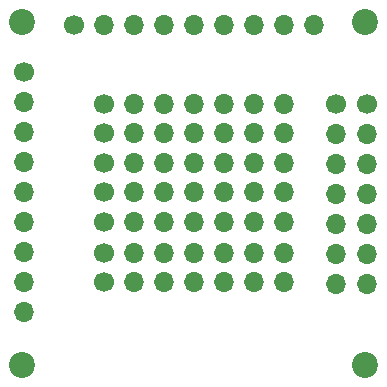
<source format=gbr>
G04 #@! TF.GenerationSoftware,KiCad,Pcbnew,(6.0.5)*
G04 #@! TF.CreationDate,2022-07-08T11:37:32+02:00*
G04 #@! TF.ProjectId,MovuinoProtoShield_v2.0,4d6f7675-696e-46f5-9072-6f746f536869,rev?*
G04 #@! TF.SameCoordinates,Original*
G04 #@! TF.FileFunction,Soldermask,Top*
G04 #@! TF.FilePolarity,Negative*
%FSLAX46Y46*%
G04 Gerber Fmt 4.6, Leading zero omitted, Abs format (unit mm)*
G04 Created by KiCad (PCBNEW (6.0.5)) date 2022-07-08 11:37:32*
%MOMM*%
%LPD*%
G01*
G04 APERTURE LIST*
%ADD10C,1.700000*%
%ADD11O,1.700000X1.700000*%
%ADD12C,2.200000*%
G04 APERTURE END LIST*
D10*
G04 #@! TO.C,REF\u002A\u002A*
X157700000Y-38000000D03*
D11*
X157700000Y-40540000D03*
X157700000Y-43080000D03*
X157700000Y-45620000D03*
X157700000Y-48160000D03*
X157700000Y-50700000D03*
X157700000Y-53240000D03*
G04 #@! TD*
D10*
G04 #@! TO.C,REF\u002A\u002A*
X135450000Y-43000000D03*
D11*
X137990000Y-43000000D03*
X140530000Y-43000000D03*
X143070000Y-43000000D03*
X145610000Y-43000000D03*
X148150000Y-43000000D03*
X150690000Y-43000000D03*
G04 #@! TD*
D12*
G04 #@! TO.C,*
X128520000Y-31104214D03*
G04 #@! TD*
G04 #@! TO.C,*
X157520000Y-31104214D03*
G04 #@! TD*
D10*
G04 #@! TO.C,REF\u002A\u002A*
X135475000Y-40500000D03*
D11*
X138015000Y-40500000D03*
X140555000Y-40500000D03*
X143095000Y-40500000D03*
X145635000Y-40500000D03*
X148175000Y-40500000D03*
X150715000Y-40500000D03*
G04 #@! TD*
D12*
G04 #@! TO.C,*
X128520000Y-60104214D03*
G04 #@! TD*
D10*
G04 #@! TO.C,REF\u002A\u002A*
X135450000Y-53100000D03*
D11*
X137990000Y-53100000D03*
X140530000Y-53100000D03*
X143070000Y-53100000D03*
X145610000Y-53100000D03*
X148150000Y-53100000D03*
X150690000Y-53100000D03*
G04 #@! TD*
D12*
G04 #@! TO.C,*
X157520000Y-60104214D03*
G04 #@! TD*
D10*
G04 #@! TO.C,REF\u002A\u002A*
X155100000Y-38000000D03*
D11*
X155100000Y-40540000D03*
X155100000Y-43080000D03*
X155100000Y-45620000D03*
X155100000Y-48160000D03*
X155100000Y-50700000D03*
X155100000Y-53240000D03*
G04 #@! TD*
D10*
G04 #@! TO.C,REF\u002A\u002A*
X128700000Y-35350000D03*
D11*
X128700000Y-37890000D03*
X128700000Y-40430000D03*
X128700000Y-42970000D03*
X128700000Y-45510000D03*
X128700000Y-48050000D03*
X128700000Y-50590000D03*
X128700000Y-53130000D03*
X128700000Y-55670000D03*
G04 #@! TD*
D10*
G04 #@! TO.C,REF\u002A\u002A*
X135450000Y-45500000D03*
D11*
X137990000Y-45500000D03*
X140530000Y-45500000D03*
X143070000Y-45500000D03*
X145610000Y-45500000D03*
X148150000Y-45500000D03*
X150690000Y-45500000D03*
G04 #@! TD*
D10*
G04 #@! TO.C,REF\u002A\u002A*
X135450000Y-50600000D03*
D11*
X137990000Y-50600000D03*
X140530000Y-50600000D03*
X143070000Y-50600000D03*
X145610000Y-50600000D03*
X148150000Y-50600000D03*
X150690000Y-50600000D03*
G04 #@! TD*
D10*
G04 #@! TO.C,REF\u002A\u002A*
X135450000Y-48000000D03*
D11*
X137990000Y-48000000D03*
X140530000Y-48000000D03*
X143070000Y-48000000D03*
X145610000Y-48000000D03*
X148150000Y-48000000D03*
X150690000Y-48000000D03*
G04 #@! TD*
D10*
G04 #@! TO.C,REF\u002A\u002A*
X132900000Y-31300000D03*
D11*
X135440000Y-31300000D03*
X137980000Y-31300000D03*
X140520000Y-31300000D03*
X143060000Y-31300000D03*
X145600000Y-31300000D03*
X148140000Y-31300000D03*
X150680000Y-31300000D03*
X153220000Y-31300000D03*
G04 #@! TD*
D10*
G04 #@! TO.C,REF\u002A\u002A*
X135475000Y-38000000D03*
D11*
X138015000Y-38000000D03*
X140555000Y-38000000D03*
X143095000Y-38000000D03*
X145635000Y-38000000D03*
X148175000Y-38000000D03*
X150715000Y-38000000D03*
G04 #@! TD*
M02*

</source>
